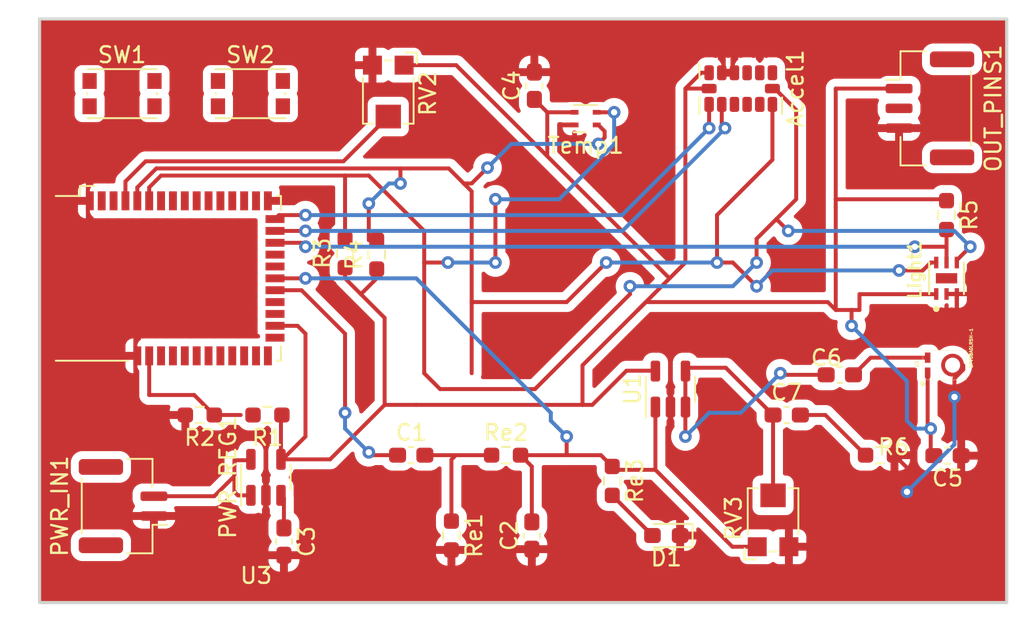
<source format=kicad_pcb>
(kicad_pcb (version 20221018) (generator pcbnew)
  (layers (0 "F.Cu" signal) (31 "B.Cu" signal) (34 "B.Paste" user) (35 "F.Paste" user) (36 "B.SilkS" user "B.Silkscreen") (37 "F.SilkS" user "F.Silkscreen") (38 "B.Mask" user) (39 "F.Mask" user) (44 "Edge.Cuts" user))
  (net 0 "")
  (net 1 "/Audio Input/FIL")
  (net 2 "Net-(C1-Pad2)")
  (net 3 "GND")
  (net 4 "/Audio Input/RAW")
  (net 6 "/MCU/Batt_Meas")
  (net 8 "/Audio Input/PWR")
  (net 9 "/MCU/ACC_INT1")
  (net 10 "/MCU/ACC_INT2")
  (net 14 "/MCU/SCL")
  (net 15 "/MCU/SDA")
  (net 16 "Net-(PWR_REG1-Bypass)")
  (net 17 "Net-(C7-Pad2)")
  (net 20 "/MCU/OPT_INT")
  (net 24 "/MCU/Intensity_Dial")
  (net 27 "/MCU/RES2")
  (net 28 "/MCU/RES")
  (net 31 "/MCU/SW1")
  (net 32 "/MCU/SW2")
  (net 35 "/MCU/LED_CNTRL")
  (net 46 "/Audio Input/MEMS Mic/2_OUT")
  (net 47 "Net-(D1-A)")
  (net 48 "/BATT+")
  (net 49 "Net-(U1-+)")
  (net 50 "Net-(U1--)")
  (footprint "Potentiometer_SMD:Potentiometer_Bourns_TC33X_Vertical" (layer "F.Cu") (at 66.04 47.17 90)
    (fp_text reference "RV3" (at 0 -2.5 90) (layer "F.SilkS"))
    (fp_text value "Sens Dial")
    (pad "1" smd rect (at -1.8 -1 90) (size 1.2 1.2) (layers "F.Cu" "F.Paste" "F.Mask") (net 4 "/Audio Input/RAW"))
    (pad "2" smd rect (at 1.45 0 90) (size 1.5 1.6) (layers "F.Cu" "F.Paste" "F.Mask") (net 50 "Net-(U1--)"))
    (pad "3" smd rect (at -1.8 1 90) (size 1.2 1.2) (layers "F.Cu" "F.Paste" "F.Mask") (net 3 "GND"))
  )
  (footprint "Resistor_SMD:R_0603_1608Metric_Pad0.98x0.95mm_HandSolder" (layer "F.Cu") (at 72.7975 43.18)
    (fp_text reference "R6" (at 0.8625 -0.5225 180) (layer "F.SilkS"))
    (fp_text value "R")
    (pad "1" smd roundrect (at -0.9125 0) (size 0.975 0.95) (layers "F.Cu" "F.Paste" "F.Mask") (net 17 "Net-(C7-Pad2)"))
    (pad "2" smd roundrect (at 0.9125 0) (size 0.975 0.95) (layers "F.Cu" "F.Paste" "F.Mask") (net 3 "GND"))
  )
  (footprint "Resistor_SMD:R_0603_1608Metric_Pad0.98x0.95mm_HandSolder" (layer "F.Cu") (at 45.72 48.26 -90)
    (fp_text reference "Re1" (at 0 -1.43 90) (layer "F.SilkS"))
    (fp_text value "xR")
    (pad "1" smd roundrect (at -0.9125 0 270) (size 0.975 0.95) (layers "F.Cu" "F.Paste" "F.Mask") (net 2 "Net-(C1-Pad2)"))
    (pad "2" smd roundrect (at 0.9125 0 270) (size 0.975 0.95) (layers "F.Cu" "F.Paste" "F.Mask") (net 3 "GND"))
  )
  (footprint "Capacitor_SMD:C_0603_1608Metric_Pad1.08x0.95mm_HandSolder" (layer "F.Cu") (at 70.2575 38.1)
    (fp_text reference "C6" (at -0.845 -1.07) (layer "F.SilkS"))
    (fp_text value "C")
    (pad "1" smd roundrect (at -0.8625 0) (size 1.075 0.95) (layers "F.Cu" "F.Paste" "F.Mask") (net 49 "Net-(U1-+)"))
    (pad "2" smd roundrect (at 0.8625 0) (size 1.075 0.95) (layers "F.Cu" "F.Paste" "F.Mask") (net 46 "/Audio Input/MEMS Mic/2_OUT"))
  )
  (footprint "Resistor_SMD:R_0603_1608Metric_Pad0.98x0.95mm_HandSolder" (layer "F.Cu") (at 55.88 44.8075 -90)
    (fp_text reference "Re3" (at 0 -1.43 90) (layer "F.SilkS"))
    (fp_text value "xR")
    (pad "1" smd roundrect (at -0.9125 0 270) (size 0.975 0.95) (layers "F.Cu" "F.Paste" "F.Mask") (net 4 "/Audio Input/RAW"))
    (pad "2" smd roundrect (at 0.9125 0 270) (size 0.975 0.95) (layers "F.Cu" "F.Paste" "F.Mask") (net 47 "Net-(D1-A)"))
  )
  (footprint "Package_TO_SOT_SMD:TSOT-23-5" (layer "F.Cu") (at 59.5575 39 90)
    (fp_text reference "U1" (at 0 -2.4 90) (layer "F.SilkS"))
    (fp_text value "AD8603")
    (pad "1" smd roundrect (at -1.1375 -0.95 90) (size 1.325 0.6) (layers "F.Cu" "F.Paste" "F.Mask") (net 4 "/Audio Input/RAW"))
    (pad "2" smd roundrect (at -1.1375 0 90) (size 1.325 0.6) (layers "F.Cu" "F.Paste" "F.Mask") (net 3 "GND"))
    (pad "3" smd roundrect (at -1.1375 0.95 90) (size 1.325 0.6) (layers "F.Cu" "F.Paste" "F.Mask") (net 49 "Net-(U1-+)"))
    (pad "4" smd roundrect (at 1.1375 0.95 90) (size 1.325 0.6) (layers "F.Cu" "F.Paste" "F.Mask") (net 50 "Net-(U1--)"))
    (pad "5" smd roundrect (at 1.1375 -0.95 90) (size 1.325 0.6) (layers "F.Cu" "F.Paste" "F.Mask") (net 8 "/Audio Input/PWR"))
  )
  (footprint "Package_LGA:LGA-14_3x5mm_P0.8mm_LayoutBorder1x6y" (layer "F.Cu") (at 64 20 -90)
    (fp_text reference "Accel1" (at 0 -3.45 90) (layer "F.SilkS"))
    (fp_text value "ADXL343")
    (pad "1" smd roundrect (at -1 -2 270) (size 0.95 0.6) (layers "F.Cu" "F.Paste" "F.Mask"))
    (pad "2" smd roundrect (at -1 -1.2 270) (size 0.95 0.6) (layers "F.Cu" "F.Paste" "F.Mask") (net 3 "GND"))
    (pad "3" smd roundrect (at -1 -0.4 270) (size 0.95 0.6) (layers "F.Cu" "F.Paste" "F.Mask"))
    (pad "4" smd roundrect (at -1 0.4 270) (size 0.95 0.6) (layers "F.Cu" "F.Paste" "F.Mask") (net 3 "GND"))
    (pad "5" smd roundrect (at -1 1.2 270) (size 0.95 0.6) (layers "F.Cu" "F.Paste" "F.Mask") (net 3 "GND"))
    (pad "6" smd roundrect (at -1 2 270) (size 0.95 0.6) (layers "F.Cu" "F.Paste" "F.Mask") (net 8 "/Audio Input/PWR"))
    (pad "7" smd roundrect (at 0 2 270) (size 0.6 0.95) (layers "F.Cu" "F.Paste" "F.Mask") (net 8 "/Audio Input/PWR"))
    (pad "8" smd roundrect (at 1 2 270) (size 0.95 0.6) (layers "F.Cu" "F.Paste" "F.Mask") (net 9 "/MCU/ACC_INT1"))
    (pad "9" smd roundrect (at 1 1.2 270) (size 0.95 0.6) (layers "F.Cu" "F.Paste" "F.Mask") (net 10 "/MCU/ACC_INT2"))
    (pad "10" smd roundrect (at 1 0.4 270) (size 0.95 0.6) (layers "F.Cu" "F.Paste" "F.Mask"))
    (pad "11" smd roundrect (at 1 -0.4 270) (size 0.95 0.6) (layers "F.Cu" "F.Paste" "F.Mask"))
    (pad "12" smd roundrect (at 1 -1.2 270) (size 0.95 0.6) (layers "F.Cu" "F.Paste" "F.Mask"))
    (pad "13" smd roundrect (at 1 -2 270) (size 0.95 0.6) (layers "F.Cu" "F.Paste" "F.Mask") (net 15 "/MCU/SDA"))
    (pad "14" smd roundrect (at 0 -2 270) (size 0.6 0.95) (layers "F.Cu" "F.Paste" "F.Mask") (net 14 "/MCU/SCL"))
  )
  (footprint "Connector_JST:JST_GH_BM02B-GHS-TBT_1x02-1MP_P1.25mm_Vertical" (layer "F.Cu") (at 24.975 46.4 90)
    (fp_text reference "PWR_IN1" (at 0 -4 90) (layer "F.SilkS"))
    (fp_text value "Conn_01x02")
    (pad "1" smd roundrect (at -0.625 1.95 90) (size 0.6 1.7) (layers "F.Cu" "F.Paste" "F.Mask") (net 3 "GND"))
    (pad "2" smd roundrect (at 0.625 1.95 90) (size 0.6 1.7) (layers "F.Cu" "F.Paste" "F.Mask") (net 48 "/BATT+"))
    (pad "MP" smd roundrect (at -2.475 -1.4 90) (size 1 2.8) (layers "F.Cu" "F.Paste" "F.Mask"))
    (pad "MP" smd roundrect (at 2.475 -1.4 90) (size 1 2.8) (layers "F.Cu" "F.Paste" "F.Mask"))
  )
  (footprint "Connector_JST:JST_GH_BM03B-GHS-TBT_1x03-1MP_P1.25mm_Vertical" (layer "F.Cu") (at 75.95 21.25 -90)
    (fp_text reference "OUT_PINS1" (at 0 -4 90) (layer "F.SilkS"))
    (fp_text value "Conn_01x03_Pin")
    (pad "1" smd roundrect (at -1.25 1.95 270) (size 0.6 1.7) (layers "F.Cu" "F.Paste" "F.Mask") (net 8 "/Audio Input/PWR"))
    (pad "2" smd roundrect (at 0 1.95 270) (size 0.6 1.7) (layers "F.Cu" "F.Paste" "F.Mask") (net 35 "/MCU/LED_CNTRL"))
    (pad "3" smd roundrect (at 1.25 1.95 270) (size 0.6 1.7) (layers "F.Cu" "F.Paste" "F.Mask") (net 3 "GND"))
    (pad "MP" smd roundrect (at -3.1 -1.4 270) (size 1 2.8) (layers "F.Cu" "F.Paste" "F.Mask"))
    (pad "MP" smd roundrect (at 3.1 -1.4 270) (size 1 2.8) (layers "F.Cu" "F.Paste" "F.Mask"))
  )
  (footprint "Package_TO_SOT_SMD:SOT-23-5" (layer "F.Cu") (at 34 44.5825 90)
    (fp_text reference "PWR_REG1" (at 0 -2.4 90) (layer "F.SilkS"))
    (fp_text value "LK112M33TR")
    (pad "1" smd roundrect (at -1.1375 -0.95 90) (size 1.325 0.6) (layers "F.Cu" "F.Paste" "F.Mask") (net 48 "/BATT+"))
    (pad "2" smd roundrect (at -1.1375 0 90) (size 1.325 0.6) (layers "F.Cu" "F.Paste" "F.Mask") (net 3 "GND"))
    (pad "3" smd roundrect (at -1.1375 0.95 90) (size 1.325 0.6) (layers "F.Cu" "F.Paste" "F.Mask") (net 16 "Net-(PWR_REG1-Bypass)"))
    (pad "4" smd roundrect (at 1.1375 0.95 90) (size 1.325 0.6) (layers "F.Cu" "F.Paste" "F.Mask") (net 8 "/Audio Input/PWR"))
    (pad "5" smd roundrect (at 1.1375 -0.95 90) (size 1.325 0.6) (layers "F.Cu" "F.Paste" "F.Mask") (net 48 "/BATT+"))
  )
  (footprint "RF_Module:Laird_BL652" (layer "F.Cu") (at 28.725 32)
    (fp_text reference "U3" (at 4.6575 18.7975) (layer "F.SilkS"))
    (fp_text value "BL652")
    (pad "1" smd rect (at -5.85 -4.9 90) (size 1.2 0.5) (layers "F.Cu" "F.Paste" "F.Mask") (net 3 "GND"))
    (pad "2" smd rect (at -5.1 -4.9 90) (size 1.2 0.5) (layers "F.Cu" "F.Paste" "F.Mask") (net 31 "/MCU/SW1"))
    (pad "3" smd rect (at -4.35 -4.9 90) (size 1.2 0.5) (layers "F.Cu" "F.Paste" "F.Mask") (net 32 "/MCU/SW2"))
    (pad "4" smd rect (at -3.6 -4.9 90) (size 1.2 0.5) (layers "F.Cu" "F.Paste" "F.Mask") (net 24 "/MCU/Intensity_Dial"))
    (pad "5" smd rect (at -2.85 -4.9 90) (size 1.2 0.5) (layers "F.Cu" "F.Paste" "F.Mask") (net 15 "/MCU/SDA"))
    (pad "6" smd rect (at -2.1 -4.9 90) (size 1.2 0.5) (layers "F.Cu" "F.Paste" "F.Mask") (net 14 "/MCU/SCL"))
    (pad "7" smd rect (at -1.35 -4.9 90) (size 1.2 0.5) (layers "F.Cu" "F.Paste" "F.Mask"))
    (pad "8" smd rect (at -0.6 -4.9 90) (size 1.2 0.5) (layers "F.Cu" "F.Paste" "F.Mask"))
    (pad "9" smd rect (at 0.15 -4.9 90) (size 1.2 0.5) (layers "F.Cu" "F.Paste" "F.Mask"))
    (pad "10" smd rect (at 0.9 -4.9 90) (size 1.2 0.5) (layers "F.Cu" "F.Paste" "F.Mask"))
    (pad "11" smd rect (at 1.65 -4.9 90) (size 1.2 0.5) (layers "F.Cu" "F.Paste" "F.Mask"))
    (pad "12" smd rect (at 2.4 -4.9 90) (size 1.2 0.5) (layers "F.Cu" "F.Paste" "F.Mask"))
    (pad "13" smd rect (at 3.15 -4.9 90) (size 1.2 0.5) (layers "F.Cu" "F.Paste" "F.Mask"))
    (pad "14" smd rect (at 3.9 -4.9 90) (size 1.2 0.5) (layers "F.Cu" "F.Paste" "F.Mask") (net 27 "/MCU/RES2"))
    (pad "15" smd rect (at 4.65 -4.9 90) (size 1.2 0.5) (layers "F.Cu" "F.Paste" "F.Mask") (net 28 "/MCU/RES"))
    (pad "16" smd rect (at 5.4 -4.9 90) (size 1.2 0.5) (layers "F.Cu" "F.Paste" "F.Mask") (net 3 "GND"))
    (pad "17" smd rect (at 5.85 -3.75) (size 1.2 0.5) (layers "F.Cu" "F.Paste" "F.Mask") (net 9 "/MCU/ACC_INT1"))
    (pad "18" smd rect (at 5.85 -3) (size 1.2 0.5) (layers "F.Cu" "F.Paste" "F.Mask") (net 10 "/MCU/ACC_INT2"))
    (pad "19" smd rect (at 5.85 -2.25) (size 1.2 0.5) (layers "F.Cu" "F.Paste" "F.Mask") (net 20 "/MCU/OPT_INT"))
    (pad "20" smd rect (at 5.85 -1.5) (size 1.2 0.5) (layers "F.Cu" "F.Paste" "F.Mask"))
    (pad "21" smd rect (at 5.85 -0.75) (size 1.2 0.5) (layers "F.Cu" "F.Paste" "F.Mask"))
    (pad "22" smd rect (at 5.85 0) (size 1.2 0.5) (layers "F.Cu" "F.Paste" "F.Mask") (net 4 "/Audio Input/RAW"))
    (pad "23" smd rect (at 5.85 0.75) (size 1.2 0.5) (layers "F.Cu" "F.Paste" "F.Mask") (net 1 "/Audio Input/FIL"))
    (pad "24" smd rect (at 5.85 1.5) (size 1.2 0.5) (layers "F.Cu" "F.Paste" "F.Mask"))
    (pad "25" smd rect (at 5.85 2.25) (size 1.2 0.5) (layers "F.Cu" "F.Paste" "F.Mask"))
    (pad "26" smd rect (at 5.85 3) (size 1.2 0.5) (layers "F.Cu" "F.Paste" "F.Mask") (net 8 "/Audio Input/PWR"))
    (pad "27" smd rect (at 5.85 3.75) (size 1.2 0.5) (layers "F.Cu" "F.Paste" "F.Mask") (net 3 "GND"))
    (pad "28" smd rect (at 5.4 4.9 90) (size 1.2 0.5) (layers "F.Cu" "F.Paste" "F.Mask"))
    (pad "29" smd rect (at 4.65 4.9 90) (size 1.2 0.5) (layers "F.Cu" "F.Paste" "F.Mask"))
    (pad "30" smd rect (at 3.9 4.9 90) (size 1.2 0.5) (layers "F.Cu" "F.Paste" "F.Mask"))
    (pad "31" smd rect (at 3.15 4.9 90) (size 1.2 0.5) (layers "F.Cu" "F.Paste" "F.Mask"))
    (pad "32" smd rect (at 2.4 4.9 90) (size 1.2 0.5) (layers "F.Cu" "F.Paste" "F.Mask"))
    (pad "33" smd rect (at 1.65 4.9 90) (size 1.2 0.5) (layers "F.Cu" "F.Paste" "F.Mask"))
    (pad "34" smd rect (at 0.9 4.9 90) (size 1.2 0.5) (layers "F.Cu" "F.Paste" "F.Mask"))
    (pad "35" smd rect (at 0.15 4.9 90) (size 1.2 0.5) (layers "F.Cu" "F.Paste" "F.Mask"))
    (pad "36" smd rect (at -0.6 4.9 90) (size 1.2 0.5) (layers "F.Cu" "F.Paste" "F.Mask"))
    (pad "37" smd rect (at -1.35 4.9 90) (size 1.2 0.5) (layers "F.Cu" "F.Paste" "F.Mask"))
    (pad "38" smd rect (at -2.1 4.9 90) (size 1.2 0.5) (layers "F.Cu" "F.Paste" "F.Mask") (net 6 "/MCU/Batt_Meas"))
    (pad "39" smd rect (at -2.85 4.9 90) (size 1.2 0.5) (layers "F.Cu" "F.Paste" "F.Mask") (net 3 "GND"))
  )
  (footprint "Capacitor_SMD:C_0603_1608Metric_Pad1.08x0.95mm_HandSolder" (layer "F.Cu") (at 77.0625 43.21 180)
    (fp_text reference "C5" (at 0 -1.43) (layer "F.SilkS"))
    (fp_text value "C")
    (pad "1" smd roundrect (at -0.8625 0 180) (size 1.075 0.95) (layers "F.Cu" "F.Paste" "F.Mask") (net 3 "GND"))
    (pad "2" smd roundrect (at 0.8625 0 180) (size 1.075 0.95) (layers "F.Cu" "F.Paste" "F.Mask") (net 8 "/Audio Input/PWR"))
  )
  (footprint "Resistor_SMD:R_0603_1608Metric_Pad0.98x0.95mm_HandSolder" (layer "F.Cu") (at 29.8225 40.64 180)
    (fp_text reference "R2" (at 0 -1.43) (layer "F.SilkS"))
    (fp_text value "R")
    (pad "1" smd roundrect (at -0.9125 0 180) (size 0.975 0.95) (layers "F.Cu" "F.Paste" "F.Mask") (net 6 "/MCU/Batt_Meas"))
    (pad "2" smd roundrect (at 0.9125 0 180) (size 0.975 0.95) (layers "F.Cu" "F.Paste" "F.Mask") (net 3 "GND"))
  )
  (footprint "Resistor_SMD:R_0603_1608Metric_Pad0.98x0.95mm_HandSolder" (layer "F.Cu") (at 34.0975 40.64 180)
    (fp_text reference "R1" (at 0 -1.43) (layer "F.SilkS"))
    (fp_text value "R")
    (pad "1" smd roundrect (at -0.9125 0 180) (size 0.975 0.95) (layers "F.Cu" "F.Paste" "F.Mask") (net 8 "/Audio Input/PWR"))
    (pad "2" smd roundrect (at 0.9125 0 180) (size 0.975 0.95) (layers "F.Cu" "F.Paste" "F.Mask") (net 6 "/MCU/Batt_Meas"))
  )
  (footprint "Sensor_Humidity:Sensirion_DFN-4_1.5x1.5mm_P0.8mm_SHT4x_NoCentralPad" (layer "F.Cu") (at 54.2 21.9 180)
    (fp_text reference "Temp1" (at 0 -1.7) (layer "F.SilkS"))
    (fp_text value "SHT4x")
    (pad "1" smd rect (at -0.7 -0.4 180) (size 0.5 0.3) (layers "F.Cu" "F.Paste" "F.Mask") (net 15 "/MCU/SDA"))
    (pad "2" smd rect (at -0.7 0.4 180) (size 0.5 0.3) (layers "F.Cu" "F.Paste" "F.Mask") (net 14 "/MCU/SCL"))
    (pad "3" smd rect (at 0.7 0.4 180) (size 0.5 0.3) (layers "F.Cu" "F.Paste" "F.Mask") (net 8 "/Audio Input/PWR"))
    (pad "4" smd rect (at 0.7 -0.4 180) (size 0.5 0.3) (layers "F.Cu" "F.Paste" "F.Mask") (net 3 "GND"))
    (zone (net 0) (net_name "") (layer "F.Cu") (connect_pads (clearance 0)) (min_thickness 0.254)
      (keepout (tracks not_allowed) (vias not_allowed) (pads allowed) (copperpour not_allowed) (footprints allowed))
      (fill (thermal_gap 0.508) (thermal_bridge_width 0.508))
      (polygon (pts (xy 53.45 22.45) (xy 53.75 22.45) (xy 53.75 22.15) (xy 53.45 22.15) (xy 53.45 21.65) (xy 53.75 21.65) (xy 53.75 21.35) (xy 53.45 21.35) (xy 53.45 21.15) (xy 54.95 21.15) (xy 54.95 21.35) (xy 54.65 21.35) (xy 54.65 21.65) (xy 54.95 21.65) (xy 54.95 22.15) (xy 54.65 22.15) (xy 54.65 22.45) (xy 54.95 22.45) (xy 54.95 22.65) (xy 53.45 22.65)))
    )
  )
  (footprint "Resistor_SMD:R_0603_1608Metric_Pad0.98x0.95mm_HandSolder" (layer "F.Cu") (at 41 30.5 90)
    (fp_text reference "R4" (at 0 -1.43 90) (layer "F.SilkS"))
    (fp_text value "R")
    (pad "1" smd roundrect (at -0.9125 0 90) (size 0.975 0.95) (layers "F.Cu" "F.Paste" "F.Mask") (net 8 "/Audio Input/PWR"))
    (pad "2" smd roundrect (at 0.9125 0 90) (size 0.975 0.95) (layers "F.Cu" "F.Paste" "F.Mask") (net 15 "/MCU/SDA"))
  )
  (footprint "MEMS_Mic_SMD:SPV08A0LR5H-1" (layer "F.Cu") (at 77.381897 37.488163 90)
    (fp_text reference "U2" (at 0.085 -2.252 90) (layer "F.SilkS") (effects (font (size 0.2 0.2))))
    (fp_text value "SPV08A0LR5H-1" (at 1.076 1.173 90) (layer "F.SilkS") (effects (font (size 0.2 0.2))))
    (pad "" np_thru_hole circle (at 0 0 90) (size 0.6 0.6) (drill 0.6) (layers "*.Cu" "*.Mask"))
    (pad "AGND" smd rect (at -0.6 0.02 90) (size 0.0635 0.0635) (layers "F.Cu") (net 3 "GND"))
    (pad "AGND" smd custom (at -0.011837 0.618103 90) (size 0.123674 0.163794) (layers "F.Cu" "F.Paste" "F.Mask") (net 3 "GND") (options (clearance outline) (anchor circle)) (primitives (gr_poly (pts (xy -0.061837 -0.057162) (xy -0.037102 -0.081897) (xy 0.061837 -0.081897) (xy 0.061837 0.081897) (xy -0.061837 0.081897)) (width 0) (fill yes)) (gr_circle (center 0.011837 -0.618103) (end 0.611837 -0.618103) (width 0.25) (fill none))))
    (pad "OUT" smd rect (at 0.475 -1.575 90) (size 0.65 0.35) (layers "F.Cu" "F.Paste" "F.Mask") (net 46 "/Audio Input/MEMS Mic/2_OUT"))
    (pad "VDDA" smd rect (at -0.475 -1.575 90) (size 0.65 0.35) (layers "F.Cu" "F.Paste" "F.Mask") (net 8 "/Audio Input/PWR"))
    (zone (net 0) (net_name "") (layer "F.Cu") (connect_pads (clearance 0)) (min_thickness 0.508)
      (keepout (tracks not_allowed) (vias not_allowed) (pads not_allowed) (copperpour not_allowed) (footprints allowed))
      (fill (thermal_gap 0.508) (thermal_bridge_width 0.508))
      (polygon (pts (xy 77.381897 37.004157) (xy 77.429338 37.006488) (xy 77.476322 37.013457) (xy 77.522397 37.024998) (xy 77.567118 37.041) (xy 77.610056 37.061308) (xy 77.650796 37.085727) (xy 77.688947 37.114021) (xy 77.724141 37.145919) (xy 77.756039 37.181113) (xy 77.784333 37.219264) (xy 77.808752 37.260004) (xy 77.82906 37.302942) (xy 77.845062 37.347663) (xy 77.856603 37.393738) (xy 77.863572 37.440722) (xy 77.865903 37.488163) (xy 77.863572 37.535604) (xy 77.856603 37.582588) (xy 77.845062 37.628663) (xy 77.82906 37.673384) (xy 77.808752 37.716322) (xy 77.784333 37.757062) (xy 77.756039 37.795213) (xy 77.724141 37.830407) (xy 77.688947 37.862305) (xy 77.650796 37.890599) (xy 77.610056 37.915018) (xy 77.567118 37.935326) (xy 77.522397 37.951328) (xy 77.476322 37.962869) (xy 77.429338 37.969838) (xy 77.381897 37.972169) (xy 77.334456 37.969838) (xy 77.287472 37.962869) (xy 77.241397 37.951328) (xy 77.196676 37.935326) (xy 77.153738 37.915018) (xy 77.112998 37.890599) (xy 77.074847 37.862305) (xy 77.039653 37.830407) (xy 77.007755 37.795213) (xy 76.979461 37.757062) (xy 76.955042 37.716322) (xy 76.934734 37.673384) (xy 76.918732 37.628663) (xy 76.907191 37.582588) (xy 76.900222 37.535604) (xy 76.897891 37.488163) (xy 76.900222 37.440722) (xy 76.907191 37.393738) (xy 76.918732 37.347663) (xy 76.934734 37.302942) (xy 76.955042 37.260004) (xy 76.979461 37.219264) (xy 77.007755 37.181113) (xy 77.039653 37.145919) (xy 77.074847 37.114021) (xy 77.112998 37.085727) (xy 77.153738 37.061308) (xy 77.196676 37.041) (xy 77.241397 37.024998) (xy 77.287472 37.013457) (xy 77.334456 37.006488)))
    )
  )
  (footprint "Capacitor_SMD:C_0603_1608Metric_Pad1.08x0.95mm_HandSolder" (layer "F.Cu") (at 66.9025 40.64)
    (fp_text reference "C7" (at 0 -1.43) (layer "F.SilkS"))
    (fp_text value "C")
    (pad "1" smd roundrect (at -0.8625 0) (size 1.075 0.95) (layers "F.Cu" "F.Paste" "F.Mask") (net 50 "Net-(U1--)"))
    (pad "2" smd roundrect (at 0.8625 0) (size 1.075 0.95) (layers "F.Cu" "F.Paste" "F.Mask") (net 17 "Net-(C7-Pad2)"))
  )
  (footprint "Resistor_SMD:R_0603_1608Metric_Pad0.98x0.95mm_HandSolder" (layer "F.Cu") (at 77 28 -90)
    (fp_text reference "R5" (at 0 -1.43 90) (layer "F.SilkS"))
    (fp_text value "R")
    (pad "1" smd roundrect (at -0.9125 0 270) (size 0.975 0.95) (layers "F.Cu" "F.Paste" "F.Mask") (net 8 "/Audio Input/PWR"))
    (pad "2" smd roundrect (at 0.9125 0 270) (size 0.975 0.95) (layers "F.Cu" "F.Paste" "F.Mask") (net 20 "/MCU/OPT_INT"))
  )
  (footprint "Button_Switch_SMD:SW_Push_1P1T_NO_CK_KMR2" (layer "F.Cu") (at 33.02 20.32)
    (fp_text reference "SW2" (at 0 -2.45) (layer "F.SilkS"))
    (fp_text value "SW_Push")
    (pad "1" smd rect (at -2.05 -0.8) (size 0.9 1) (layers "F.Cu" "F.Paste" "F.Mask") (net 32 "/MCU/SW2"))
    (pad "1" smd rect (at 2.05 -0.8) (size 0.9 1) (layers "F.Cu" "F.Paste" "F.Mask") (net 32 "/MCU/SW2"))
    (pad "2" smd rect (at -2.05 0.8) (size 0.9 1) (layers "F.Cu" "F.Paste" "F.Mask") (net 8 "/Audio Input/PWR"))
    (pad "2" smd rect (at 2.05 0.8) (size 0.9 1) (layers "F.Cu" "F.Paste" "F.Mask") (net 8 "/Audio Input/PWR"))
  )
  (footprint "Resistor_SMD:R_0603_1608Metric_Pad0.98x0.95mm_HandSolder" (layer "F.Cu") (at 49.1725 43.18)
    (fp_text reference "Re2" (at 0 -1.43) (layer "F.SilkS"))
    (fp_text value "zR")
    (pad "1" smd roundrect (at -0.9125 0) (size 0.975 0.95) (layers "F.Cu" "F.Paste" "F.Mask") (net 2 "Net-(C1-Pad2)"))
    (pad "2" smd roundrect (at 0.9125 0) (size 0.975 0.95) (layers "F.Cu" "F.Paste" "F.Mask") (net 4 "/Audio Input/RAW"))
  )
  (footprint "LED_SMD:LED_0603_1608Metric_Pad1.05x0.95mm_HandSolder" (layer "F.Cu") (at 59.295 48.26 180)
    (fp_text reference "D1" (at 0 -1.43) (layer "F.SilkS"))
    (fp_text value "LED")
    (pad "1" smd roundrect (at -0.875 0 180) (size 1.05 0.95) (layers "F.Cu" "F.Paste" "F.Mask") (net 3 "GND"))
    (pad "2" smd roundrect (at 0.875 0 180) (size 1.05 0.95) (layers "F.Cu" "F.Paste" "F.Mask") (net 47 "Net-(D1-A)"))
  )
  (footprint "Capacitor_SMD:C_0603_1608Metric_Pad1.08x0.95mm_HandSolder" (layer "F.Cu") (at 50.8 48.26 90)
    (fp_text reference "C2" (at 0 -1.43 90) (layer "F.SilkS"))
    (fp_text value "yC")
    (pad "1" smd roundrect (at -0.8625 0 90) (size 1.075 0.95) (layers "F.Cu" "F.Paste" "F.Mask") (net 3 "GND"))
    (pad "2" smd roundrect (at 0.8625 0 90) (size 1.075 0.95) (layers "F.Cu" "F.Paste" "F.Mask") (net 4 "/Audio Input/RAW"))
  )
  (footprint "Capacitor_SMD:C_0603_1608Metric_Pad1.08x0.95mm_HandSolder" (layer "F.Cu") (at 35.1375 48.6425 -90)
    (fp_text reference "C3" (at 0 -1.43 90) (layer "F.SilkS"))
    (fp_text value "100nF")
    (pad "1" smd roundrect (at -0.8625 0 270) (size 1.075 0.95) (layers "F.Cu" "F.Paste" "F.Mask") (net 16 "Net-(PWR_REG1-Bypass)"))
    (pad "2" smd roundrect (at 0.8625 0 270) (size 1.075 0.95) (layers "F.Cu" "F.Paste" "F.Mask") (net 3 "GND"))
  )
  (footprint "Potentiometer_SMD:Potentiometer_Bourns_TC33X_Vertical" (layer "F.Cu") (at 41.73 20.32 -90)
    (fp_text reference "RV2" (at 0 -2.5 90) (layer "F.SilkS"))
    (fp_text value "Intensity Dial")
    (pad "1" smd rect (at -1.8 -1 270) (size 1.2 1.2) (layers "F.Cu" "F.Paste" "F.Mask") (net 8 "/Audio Input/PWR"))
    (pad "2" smd rect (at 1.45 0 270) (size 1.5 1.6) (layers "F.Cu" "F.Paste" "F.Mask") (net 24 "/MCU/Intensity_Dial"))
    (pad "3" smd rect (at -1.8 1 270) (size 1.2 1.2) (layers "F.Cu" "F.Paste" "F.Mask") (net 3 "GND"))
  )
  (footprint "Resistor_SMD:R_0603_1608Metric_Pad0.98x0.95mm_HandSolder" (layer "F.Cu") (at 39 30.4125 90)
    (fp_text reference "R3" (at 0 -1.43 90) (layer "F.SilkS"))
    (fp_text value "R")
    (pad "1" smd roundrect (at -0.9125 0 90) (size 0.975 0.95) (layers "F.Cu" "F.Paste" "F.Mask") (net 8 "/Audio Input/PWR"))
    (pad "2" smd roundrect (at 0.9125 0 90) (size 0.975 0.95) (layers "F.Cu" "F.Paste" "F.Mask") (net 14 "/MCU/SCL"))
  )
  (footprint "OP3002:SON65P200X200X65-7N" (layer "F.Cu") (at 77 31.995 90)
    (fp_text reference "Light1" (at 0.54 -2.008 90) (layer "F.SilkS") (effects (font (size 0.8 0.8))))
    (fp_text value "OPT3002-ALS" hide)
    (pad "1" smd roundrect (at -0.995 -0.65 90) (size 0.74 0.27) (layers "F.Cu" "F.Paste" "F.Mask") (roundrect_rratio 0.03) (net 8 "/Audio Input/PWR"))
    (pad "2" smd roundrect (at -0.995 0 90) (size 0.74 0.27) (layers "F.Cu" "F.Paste" "F.Mask") (roundrect_rratio 0.03) (net 3 "GND"))
    (pad "3" smd roundrect (at -0.995 0.65 90) (size 0.74 0.27) (layers "F.Cu" "F.Paste" "F.Mask") (roundrect_rratio 0.03) (net 3 "GND"))
    (pad "4" smd roundrect (at 0.995 0.65 90) (size 0.74 0.27) (layers "F.Cu" "F.Paste" "F.Mask") (roundrect_rratio 0.03) (net 14 "/MCU/SCL"))
    (pad "5" smd roundrect (at 0.995 0 90) (size 0.74 0.27) (layers "F.Cu" "F.Paste" "F.Mask") (roundrect_rratio 0.03) (net 20 "/MCU/OPT_INT"))
    (pad "6" smd roundrect (at 0.995 -0.65 90) (size 0.74 0.27) (layers "F.Cu" "F.Paste" "F.Mask") (roundrect_rratio 0.03) (net 15 "/MCU/SDA"))
    (pad "7" smd rect (at 0 0 90) (size 0.65 1.35) (layers "F.Cu" "F.Mask"))
  )
  (footprint "Capacitor_SMD:C_0603_1608Metric_Pad1.08x0.95mm_HandSolder" (layer "F.Cu") (at 50.96 19.8225 90)
    (fp_text reference "C4" (at 0 -1.43 90) (layer "F.SilkS"))
    (fp_text value "100nF")
    (pad "1" smd roundrect (at -0.8625 0 90) (size 1.075 0.95) (layers "F.Cu" "F.Paste" "F.Mask") (net 8 "/Audio Input/PWR"))
    (pad "2" smd roundrect (at 0.8625 0 90) (size 1.075 0.95) (layers "F.Cu" "F.Paste" "F.Mask") (net 3 "GND"))
  )
  (footprint "Button_Switch_SMD:SW_Push_1P1T_NO_CK_KMR2" (layer "F.Cu") (at 24.91 20.32)
    (fp_text reference "SW1" (at 0 -2.45) (layer "F.SilkS"))
    (fp_text value "SW_Push")
    (pad "1" smd rect (at -2.05 -0.8) (size 0.9 1) (layers "F.Cu" "F.Paste" "F.Mask") (net 31 "/MCU/SW1"))
    (pad "1" smd rect (at 2.05 -0.8) (size 0.9 1) (layers "F.Cu" "F.Paste" "F.Mask") (net 31 "/MCU/SW1"))
    (pad "2" smd rect (at -2.05 0.8) (size 0.9 1) (layers "F.Cu" "F.Paste" "F.Mask") (net 8 "/Audio Input/PWR"))
    (pad "2" smd rect (at 2.05 0.8) (size 0.9 1) (layers "F.Cu" "F.Paste" "F.Mask") (net 8 "/Audio Input/PWR"))
  )
  (footprint "Capacitor_SMD:C_0603_1608Metric_Pad1.08x0.95mm_HandSolder" (layer "F.Cu") (at 43.18 43.18)
    (fp_text reference "C1" (at 0 -1.43) (layer "F.SilkS"))
    (fp_text value "yC")
    (pad "1" smd roundrect (at -0.8625 0) (size 1.075 0.95) (layers "F.Cu" "F.Paste" "F.Mask") (net 1 "/Audio Input/FIL"))
    (pad "2" smd roundrect (at 0.8625 0) (size 1.075 0.95) (layers "F.Cu" "F.Paste" "F.Mask") (net 2 "Net-(C1-Pad2)"))
  )
  (gr_rect (start 19.7 15.6) (end 80.8 52.5) (stroke (width 0.2)) (fill none) (layer "Edge.Cuts"))
  (segment (start 42.3175 43.18) (end 40.68 43.18) (width 0.25) (layer "F.Cu") (net 1))
  (segment (start 39 35.5) (end 36.25 32.75) (width 0.25) (layer "F.Cu") (net 1))
  (segment (start 40.68 43.18) (end 40.5 43) (width 0.25) (layer "F.Cu") (net 1))
  (segment (start 39 40.5) (end 39 35.5) (width 0.25) (layer "F.Cu") (net 1))
  (segment (start 36.25 32.75) (end 34.575 32.75) (width 0.25) (layer "F.Cu") (net 1))
  (via (at 39 40.5) (size 0.8) (drill 0.4) (layers "F.Cu" "B.Cu") (net 1))
  (via (at 40.5 43) (size 0.8) (drill 0.4) (layers "F.Cu" "B.Cu") (net 1))
  (segment (start 40.5 43) (end 39 41.5) (width 0.25) (layer "B.Cu") (net 1))
  (segment (start 39 41.5) (end 39 40.5) (width 0.25) (layer "B.Cu") (net 1))
  (segment (start 45.72 47.3475) (end 45.72 43.46) (width 0.25) (layer "F.Cu") (net 2))
  (segment (start 45.72 43.46) (end 46 43.18) (width 0.25) (layer "F.Cu") (net 2))
  (segment (start 48.26 43.18) (end 46 43.18) (width 0.25) (layer "F.Cu") (net 2))
  (segment (start 46 43.18) (end 44.0425 43.18) (width 0.25) (layer "F.Cu") (net 2))
  (segment (start 74.5 43.97) (end 74.5 45.5) (width 0.25) (layer "F.Cu") (net 3))
  (segment (start 77.5 39.5) (end 77.5 38.324654) (width 0.25) (layer "F.Cu") (net 3))
  (segment (start 77.5 38.324654) (end 78.056897 37.767757) (width 0.25) (layer "F.Cu") (net 3))
  (segment (start 73.71 43.18) (end 74.5 43.97) (width 0.25) (layer "F.Cu") (net 3))
  (segment (start 78.056897 37.767757) (end 78.056897 37.5) (width 0.25) (layer "F.Cu") (net 3))
  (via (at 74.5 45.5) (size 0.8) (drill 0.4) (layers "F.Cu" "B.Cu") (net 3))
  (via (at 77.5 39.5) (size 0.8) (drill 0.4) (layers "F.Cu" "B.Cu") (net 3))
  (segment (start 74.5 45.5) (end 77.5 42.5) (width 0.25) (layer "B.Cu") (net 3))
  (segment (start 77.5 42.5) (end 77.5 39.5) (width 0.25) (layer "B.Cu") (net 3))
  (segment (start 53 43.18) (end 50.085 43.18) (width 0.25) (layer "F.Cu") (net 4))
  (segment (start 55.165 43.18) (end 53 43.18) (width 0.25) (layer "F.Cu") (net 4))
  (segment (start 55.88 43.895) (end 55.165 43.18) (width 0.25) (layer "F.Cu") (net 4))
  (segment (start 50.8 43.895) (end 50.8 47.3975) (width 0.25) (layer "F.Cu") (net 4))
  (segment (start 56.0925 44.1075) (end 55.88 43.895) (width 0.25) (layer "F.Cu") (net 4))
  (segment (start 58.6075 44.1075) (end 56.0925 44.1075) (width 0.25) (layer "F.Cu") (net 4))
  (segment (start 60.5 46) (end 63.47 48.97) (width 0.25) (layer "F.Cu") (net 4))
  (segment (start 63.47 48.97) (end 63.53 48.97) (width 0.25) (layer "F.Cu") (net 4))
  (segment (start 50.085 43.18) (end 50.8 43.895) (width 0.25) (layer "F.Cu") (net 4))
  (segment (start 58.6075 40.1375) (end 58.6075 44.1075) (width 0.25) (layer "F.Cu") (net 4))
  (segment (start 63.53 48.97) (end 65.04 48.97) (width 0.25) (layer "F.Cu") (net 4))
  (segment (start 53 42) (end 53 43.18) (width 0.25) (layer "F.Cu") (net 4))
  (segment (start 58.6075 44.1075) (end 60.5 46) (width 0.25) (layer "F.Cu") (net 4))
  (segment (start 36.5 32) (end 34.575 32) (width 0.25) (layer "F.Cu") (net 4))
  (via (at 53 42) (size 0.8) (drill 0.4) (layers "F.Cu" "B.Cu") (net 4))
  (via (at 36.5 32) (size 0.8) (drill 0.4) (layers "F.Cu" "B.Cu") (net 4))
  (segment (start 52 40.5) (end 43.5 32) (width 0.25) (layer "B.Cu") (net 4))
  (segment (start 52 41) (end 52 40.5) (width 0.25) (layer "B.Cu") (net 4))
  (segment (start 53 42) (end 52 41) (width 0.25) (layer "B.Cu") (net 4))
  (segment (start 43.5 32) (end 36.5 32) (width 0.25) (layer "B.Cu") (net 4))
  (segment (start 30.735 40.64) (end 29.47 39.375) (width 0.25) (layer "F.Cu") (net 6))
  (segment (start 30.735 40.64) (end 32.41 40.64) (width 0.25) (layer "F.Cu") (net 6))
  (segment (start 33.185 40.64) (end 33.01 40.465) (width 0.25) (layer "F.Cu") (net 6))
  (segment (start 26.625 39.375) (end 26.625 36.9) (width 0.25) (layer "F.Cu") (net 6))
  (segment (start 29.47 39.375) (end 26.625 39.375) (width 0.25) (layer "F.Cu") (net 6))
  (segment (start 41 32) (end 41 31.4125) (width 0.25) (layer "F.Cu") (net 8))
  (segment (start 51.775 21.5) (end 51.775 24.275) (width 0.25) (layer "F.Cu") (net 8))
  (segment (start 42.73 18.52) (end 46.02 18.52) (width 0.25) (layer "F.Cu") (net 8))
  (segment (start 76 43.01) (end 76.2 43.21) (width 0.25) (layer "F.Cu") (net 8))
  (segment (start 59.5 32) (end 60.5 31) (width 0.25) (layer "F.Cu") (net 8))
  (segment (start 54.62 40) (end 56.7825 37.8375) (width 0.25) (layer "F.Cu") (net 8))
  (segment (start 76.35 33.15) (end 76.35 32.99) (width 0.25) (layer "F.Cu") (net 8))
  (segment (start 41.5 40) (end 43.5 40) (width 0.25) (layer "F.Cu") (net 8))
  (segment (start 54 37.5) (end 57.5 34) (width 0.25) (layer "F.Cu") (net 8))
  (segment (start 34.95 43.445) (end 34.95 40.7) (width 0.25) (layer "F.Cu") (net 8))
  (segment (start 46.02 18.52) (end 51.775 24.275) (width 0.25) (layer "F.Cu") (net 8))
  (segment (start 36.5 42) (end 36.5 35.5) (width 0.25) (layer "F.Cu") (net 8))
  (segment (start 60.5 20) (end 61.5 19) (width 0.25) (layer "F.Cu") (net 8))
  (segment (start 60.5 20) (end 62 20) (width 0.25) (layer "F.Cu") (net 8))
  (segment (start 75.806897 41.306897) (end 76 41.5) (width 0.25) (layer "F.Cu") (net 8))
  (segment (start 58 33.5) (end 69.5 33.5) (width 0.25) (layer "F.Cu") (net 8))
  (segment (start 57.5 34) (end 59.5 32) (width 0.25) (layer "F.Cu") (net 8))
  (segment (start 54 40) (end 54 37.5) (width 0.25) (layer "F.Cu") (net 8))
  (segment (start 76.34 33) (end 76.35 32.99) (width 0.25) (layer "F.Cu") (net 8))
  (segment (start 34.95 43.445) (end 35.055 43.445) (width 0.25) (layer "F.Cu") (net 8))
  (segment (start 71.5 33) (end 76.34 33) (width 0.25) (layer "F.Cu") (net 8))
  (segment (start 71 34) (end 71.5 34) (width 0.25) (layer "F.Cu") (net 8))
  (segment (start 36.5 35.5) (end 36 35) (width 0.25) (layer "F.Cu") (net 8))
  (segment (start 77 27.0875) (end 76.9125 27) (width 0.25) (layer "F.Cu") (net 8))
  (segment (start 70 20) (end 74 20) (width 0.25) (layer "F.Cu") (net 8))
  (segment (start 57.5 34) (end 58 33.5) (width 0.25) (layer "F.Cu") (net 8))
  (segment (start 70 27) (end 70 20) (width 0.25) (layer "F.Cu") (net 8))
  (segment (start 36 35) (end 34.575 35) (width 0.25) (layer "F.Cu") (net 8))
  (segment (start 75.806897 37.963163) (end 75.806897 41.306897) (width 0.25) (layer "F.Cu") (net 8))
  (segment (start 38.055 43.445) (end 41.5 40) (width 0.25) (layer "F.Cu") (net 8))
  (segment (start 70 27.5) (end 70 27) (width 0.25) (layer "F.Cu") (net 8))
  (segment (start 70 34) (end 71 34) (width 0.25) (layer "F.Cu") (net 8))
  (segment (start 41.5 40) (end 41.5 34.5) (width 0.25) (layer "F.Cu") (net 8))
  (segment (start 56.7825 37.8375) (end 58.6075 37.8375) (width 0.25) (layer "F.Cu") (net 8))
  (segment (start 76.9125 27) (end 70 27) (width 0.25) (layer "F.Cu") (net 8))
  (segment (start 60.5 31) (end 60.5 20) (width 0.25) (layer "F.Cu") (net 8))
  (segment (start 61.5 19) (end 62 19) (width 0.25) (layer "F.Cu") (net 8))
  (segment (start 34.95 40.7) (end 35.01 40.64) (width 0.25) (layer "F.Cu") (net 8))
  (segment (start 40 33) (end 39 32) (width 0.25) (layer "F.Cu") (net 8))
  (segment (start 43.5 40) (end 54 40) (width 0.25) (layer "F.Cu") (net 8))
  (segment (start 53.5 21.5) (end 51.775 21.5) (width 0.25) (layer "F.Cu") (net 8))
  (segment (start 71.5 34) (end 71.5 33) (width 0.25) (layer "F.Cu") (net 8))
  (segment (start 41.5 34.5) (end 40 33) (width 0.25) (layer "F.Cu") (net 8))
  (segment (start 54 40) (end 54.62 40) (width 0.25) (layer "F.Cu") (net 8))
  (segment (start 35.055 43.445) (end 36.5 42) (width 0.25) (layer "F.Cu") (net 8))
  (segment (start 39 32) (end 39 31.325) (width 0.25) (layer "F.Cu") (net 8))
  (segment (start 51.775 21.5) (end 50.96 20.685) (width 0.25) (layer "F.Cu") (net 8))
  (segment (start 71 34) (end 71 35) (width 0.25) (layer "F.Cu") (net 8))
  (segment (start 70 34) (end 70 27.5) (width 0.25) (layer "F.Cu") (net 8))
  (segment (start 34.95 43.445) (end 38.055 43.445) (width 0.25) (layer "F.Cu") (net 8))
  (segment (start 69.5 33.5) (end 70 34) (width 0.25) (layer "F.Cu") (net 8))
  (segment (start 76 41.5) (end 76 43.01) (width 0.25) (layer "F.Cu") (net 8))
  (segment (start 40 33) (end 41 32) (width 0.25) (layer "F.Cu") (net 8))
  (segment (start 51.775 24.275) (end 59.5 32) (width 0.25) (layer "F.Cu") (net 8))
  (via (at 76 41.5) (size 0.8) (drill 0.4) (layers "F.Cu" "B.Cu") (net 8))
  (via (at 71 35) (size 0.8) (drill 0.4) (layers "F.Cu" "B.Cu") (net 8))
  (segment (start 75 41.5) (end 76 41.5) (width 0.25) (layer "B.Cu") (net 8))
  (segment (start 74.5 41) (end 75 41.5) (width 0.25) (layer "B.Cu") (net 8))
  (segment (start 74.5 38.5) (end 74.5 41) (width 0.25) (layer "B.Cu") (net 8))
  (segment (start 71 35) (end 74.5 38.5) (width 0.25) (layer "B.Cu") (net 8))
  (segment (start 62 21) (end 62 22.5) (width 0.25) (layer "F.Cu") (net 9))
  (segment (start 34.825 28) (end 34.575 28.25) (width 0.25) (layer "F.Cu") (net 9))
  (segment (start 36.5 28) (end 34.825 28) (width 0.25) (layer "F.Cu") (net 9))
  (via (at 36.5 28) (size 0.8) (drill 0.4) (layers "F.Cu" "B.Cu") (net 9))
  (via (at 62 22.5) (size 0.8) (drill 0.4) (layers "F.Cu" "B.Cu") (net 9))
  (segment (start 62 22.5) (end 56.5 28) (width 0.25) (layer "B.Cu") (net 9))
  (segment (start 56.5 28) (end 36.5 28) (width 0.25) (layer "B.Cu") (net 9))
  (segment (start 62.8 22.3) (end 63 22.5) (width 0.25) (layer "F.Cu") (net 10))
  (segment (start 62.8 21) (end 62.8 22.3) (width 0.25) (layer "F.Cu") (net 10))
  (segment (start 36.5 29) (end 34.575 29) (width 0.25) (layer "F.Cu") (net 10))
  (via (at 36.5 29) (size 0.8) (drill 0.4) (layers "F.Cu" "B.Cu") (net 10))
  (via (at 63 22.5) (size 0.8) (drill 0.4) (layers "F.Cu" "B.Cu") (net 10))
  (segment (start 63 22.525305) (end 56.525305 29) (width 0.25) (layer "B.Cu") (net 10))
  (segment (start 63 22.5) (end 63 22.525305) (width 0.25) (layer "B.Cu") (net 10))
  (segment (start 56.525305 29) (end 36.5 29) (width 0.25) (layer "B.Cu") (net 10))
  (segment (start 48.5 27) (end 48.5 31) (width 0.25) (layer "F.Cu") (net 14))
  (segment (start 45.5 31) (end 44 31) (width 0.25) (layer "F.Cu") (net 14))
  (segment (start 77.65 31) (end 77.65 30.85) (width 0.25) (layer "F.Cu") (net 14))
  (segment (start 66 20) (end 66.146751 20) (width 0.25) (layer "F.Cu") (net 14))
  (segment (start 51 39) (end 57 33) (width 0.25) (layer "F.Cu") (net 14))
  (segment (start 27.375 25.5) (end 39 25.5) (width 0.25) (layer "F.Cu") (net 14))
  (segment (start 67.5 27) (end 66.25 28.25) (width 0.25) (layer "F.Cu") (net 14))
  (segment (start 26.625 26.25) (end 27.375 25.5) (width 0.25) (layer "F.Cu") (net 14))
  (segment (start 44 31) (end 44 38) (width 0.25) (layer "F.Cu") (net 14))
  (segment (start 67 29) (end 66.25 28.25) (width 0.25) (layer "F.Cu") (net 14))
  (segment (start 66.25 28.25) (end 65 29.5) (width 0.25) (layer "F.Cu") (net 14))
  (segment (start 65 29.5) (end 65 31) (width 0.25) (layer "F.Cu") (net 14))
  (segment (start 44 29) (end 44 31) (width 0.25) (layer "F.Cu") (net 14))
  (segment (start 66.146751 20) (end 67.5 21.353249) (width 0.25) (layer "F.Cu") (net 14))
  (segment (start 40.5 25.5) (end 42.5 27.5) (width 0.25) (layer "F.Cu") (net 14))
  (segment (start 54.9 21.5) (end 56 21.5) (width 0.25) (layer "F.Cu") (net 14))
  (segment (start 57 33) (end 57 32.5) (width 0.25) (layer "F.Cu") (net 14))
  (segment (start 39 29.5) (end 39 25.5) (width 0.25) (layer "F.Cu") (net 14))
  (segment (start 77.65 30.85) (end 78.5 30) (width 0.25) (layer "F.Cu") (net 14))
  (segment (start 39 25.5) (end 40.5 25.5) (width 0.25) (layer "F.Cu") (net 14))
  (segment (start 45 39) (end 51 39) (width 0.25) (layer "F.Cu") (net 14))
  (segment (start 67.5 21.353249) (end 67.5 27) (width 0.25) (layer "F.Cu") (net 14))
  (segment (start 44 38) (end 45 39) (width 0.25) (layer "F.Cu") (net 14))
  (segment (start 26.625 27.1) (end 26.625 26.25) (width 0.25) (layer "F.Cu") (net 14))
  (segment (start 42.5 27.5) (end 44 29) (width 0.25) (layer "F.Cu") (net 14))
  (via (at 45.5 31) (size 0.8) (drill 0.4) (layers "F.Cu" "B.Cu") (net 14))
  (via (at 57 32.5) (size 0.8) (drill 0.4) (layers "F.Cu" "B.Cu") (net 14))
  (via (at 48.5 27) (size 0.8) (drill 0.4) (layers "F.Cu" "B.Cu") (net 14))
  (via (at 78.5 30) (size 0.8) (drill 0.4) (layers "F.Cu" "B.Cu") (net 14))
  (via (at 67 29) (size 0.8) (drill 0.4) (layers "F.Cu" "B.Cu") (net 14))
  (via (at 48.5 31) (size 0.8) (drill 0.4) (layers "F.Cu" "B.Cu") (net 14))
  (via (at 56 21.5) (size 0.8) (drill 0.4) (layers "F.Cu" "B.Cu") (net 14))
  (via (at 65 31) (size 0.8) (drill 0.4) (layers "F.Cu" "B.Cu") (net 14))
  (segment (start 52.525305 27) (end 48.5 27) (width 0.25) (layer "B.Cu") (net 14))
  (segment (start 78.5 30) (end 77.5 29) (width 0.25) (layer "B.Cu") (net 14))
  (segment (start 48.5 31) (end 45.5 31) (width 0.25) (layer "B.Cu") (net 14))
  (segment (start 63.5 32.5) (end 65 31) (width 0.25) (layer "B.Cu") (net 14))
  (segment (start 77.5 29) (end 67 29) (width 0.25) (layer "B.Cu") (net 14))
  (segment (start 57 32.5) (end 63.5 32.5) (width 0.25) (layer "B.Cu") (net 14))
  (segment (start 56 21.5) (end 56 23.525305) (width 0.25) (layer "B.Cu") (net 14))
  (segment (start 56 23.525305) (end 52.525305 27) (width 0.25) (layer "B.Cu") (net 14))
  (segment (start 65 32.5) (end 63.5 31) (width 0.25) (layer "F.Cu") (net 15))
  (segment (start 55.4 23.1) (end 55.4 22.7) (width 0.25) (layer "F.Cu") (net 15))
  (segment (start 62.5 31) (end 62.5 28) (width 0.25) (layer "F.Cu") (net 15))
  (segment (start 47 33.5) (end 53 33.5) (width 0.25) (layer "F.Cu") (net 15))
  (segment (start 55.4 22.7) (end 55 22.3) (width 0.25) (layer "F.Cu") (net 15))
  (segment (start 53 33.5) (end 55.5 31) (width 0.25) (layer "F.Cu") (net 15))
  (segment (start 47 33.5) (end 47 38) (width 0.25) (layer "F.Cu") (net 15))
  (segment (start 75.5 31.5) (end 74 31.5) (width 0.25) (layer "F.Cu") (net 15))
  (segment (start 40.5 29.5875) (end 40.5 27.2755) (width 0.25) (layer "F.Cu") (net 15))
  (segment (start 48 25) (end 47 26) (width 0.25) (layer "F.Cu") (net 15))
  (segment (start 42.5 26) (end 42.5 25.05) (width 0.25) (layer "F.Cu") (net 15))
  (segment (start 47 28) (end 47 33.5) (width 0.25) (layer "F.Cu") (net 15))
  (segment (start 25.875 26.25) (end 27.075 25.05) (width 0.25) (layer "F.Cu") (net 15))
  (segment (start 46.5 26) (end 47 26.5) (width 0.25) (layer "F.Cu") (net 15))
  (segment (start 55 23.5) (end 55.4 23.1) (width 0.25) (layer "F.Cu") (net 15))
  (segment (start 55 22.3) (end 54.9 22.3) (width 0.25) (layer "F.Cu") (net 15))
  (segment (start 62.5 28) (end 66 24.5) (width 0.25) (layer "F.Cu") (net 15))
  (segment (start 47 27.5) (end 47 28) (width 0.25) (layer "F.Cu") (net 15))
  (segment (start 25.875 27.1) (end 25.875 26.25) (width 0.25) (layer "F.Cu") (net 15))
  (segment (start 42.5 25.05) (end 45.55 25.05) (width 0.25) (layer "F.Cu") (net 15))
  (segment (start 47 26) (end 46.5 26) (width 0.25) (layer "F.Cu") (net 15))
  (segment (start 47 26.5) (end 47 27.5) (width 0.25) (layer "F.Cu") (net 15))
  (segment (start 76.35 31) (end 76 31) (width 0.25) (layer "F.Cu") (net 15))
  (segment (start 76 31) (end 75.5 31.5) (width 0.25) (layer "F.Cu") (net 15))
  (segment (start 63.5 31) (end 62.5 31) (width 0.25) (layer "F.Cu") (net 15))
  (segment (start 27.075 25.05) (end 42.5 25.05) (width 0.25) (layer "F.Cu") (net 15))
  (segment (start 45.55 25.05) (end 46.5 26) (width 0.25) (layer "F.Cu") (net 15))
  (segment (start 66 24.5) (end 66 21) (width 0.25) (layer "F.Cu") (net 15))
  (via (at 42.5 26) (size 0.8) (drill 0.4) (layers "F.Cu" "B.Cu") (net 15))
  (via (at 62.5 31) (size 0.8) (drill 0.4) (layers "F.Cu" "B.Cu") (net 15))
  (via (at 65 32.5) (size 0.8) (drill 0.4) (layers "F.Cu" "B.Cu") (net 15))
  (via (at 40.5 27.2755) (size 0.8) (drill 0.4) (layers "F.Cu" "B.Cu") (net 15))
  (via (at 55.5 31) (size 0.8) (drill 0.4) (layers "F.Cu" "B.Cu") (net 15))
  (via (at 74 31.5) (size 0.8) (drill 0.4) (layers "F.Cu" "B.Cu") (net 15))
  (via (at 48 25) (size 0.8) (drill 0.4) (layers "F.Cu" "B.Cu") (net 15))
  (via (at 55 23.5) (size 0.8) (drill 0.4) (layers "F.Cu" "B.Cu") (net 15))
  (segment (start 40.5 27.2755) (end 41.7755 26) (width 0.25) (layer "B.Cu") (net 15))
  (segment (start 66 31.5) (end 65 32.5) (width 0.25) (layer "B.Cu") (net 15))
  (segment (start 55.5 31) (end 62.5 31) (width 0.25) (layer "B.Cu") (net 15))
  (segment (start 49.5 23.5) (end 48 25) (width 0.25) (layer "B.Cu") (net 15))
  (segment (start 41.7755 26) (end 42.5 26) (width 0.25) (layer "B.Cu") (net 15))
  (segment (start 74 31.5) (end 66 31.5) (width 0.25) (layer "B.Cu") (net 15))
  (segment (start 49.5 23.5) (end 55 23.5) (width 0.25) (layer "B.Cu") (net 15))
  (segment (start 35.1375 45.9075) (end 34.95 45.72) (width 0.25) (layer "F.Cu") (net 16))
  (segment (start 35.1375 47.78) (end 35.1375 45.9075) (width 0.25) (layer "F.Cu") (net 16))
  (segment (start 69.345 40.64) (end 67.765 40.64) (width 0.25) (layer "F.Cu") (net 17))
  (segment (start 71.885 43.18) (end 69.345 40.64) (width 0.25) (layer "F.Cu") (net 17))
  (segment (start 36.25 29.75) (end 34.575 29.75) (width 0.25) (layer "F.Cu") (net 20))
  (segment (start 77 30) (end 75 30) (width 0.25) (layer "F.Cu") (net 20))
  (segment (start 77 31) (end 77 30) (width 0.25) (layer "F.Cu") (net 20))
  (segment (start 77 30) (end 77 28.9125) (width 0.25) (layer "F.Cu") (net 20))
  (segment (start 36.5 30) (end 36.25 29.75) (width 0.25) (layer "F.Cu") (net 20))
  (via (at 36.5 30) (size 0.8) (drill 0.4) (layers "F.Cu" "B.Cu") (net 20))
  (via (at 75 30) (size 0.8) (drill 0.4) (layers "F.Cu" "B.Cu") (net 20))
  (segment (start 75 30) (end 68.525305 30) (width 0.25) (layer "B.Cu") (net 20))
  (segment (start 68.525305 30) (end 36.5 30) (width 0.25) (layer "B.Cu") (net 20))
  (segment (start 25 26.975) (end 25.125 27.1) (width 0.25) (layer "F.Cu") (net 24))
  (segment (start 25.125 25.875) (end 25.125 27.1) (width 0.25) (layer "F.Cu") (net 24))
  (segment (start 38.9 24.6) (end 26.4 24.6) (width 0.25) (layer "F.Cu") (net 24))
  (segment (start 26.4 24.6) (end 25.125 25.875) (width 0.25) (layer "F.Cu") (net 24))
  (segment (start 41.73 21.77) (end 38.9 24.6) (width 0.25) (layer "F.Cu") (net 24))
  (segment (start 72.206837 37.013163) (end 71.12 38.1) (width 0.25) (layer "F.Cu") (net 46))
  (segment (start 75.806897 37.013163) (end 72.206837 37.013163) (width 0.25) (layer "F.Cu") (net 46))
  (segment (start 55.88 45.72) (end 58.42 48.26) (width 0.25) (layer "F.Cu") (net 47))
  (segment (start 32.995 43.5) (end 33.05 43.445) (width 0.25) (layer "F.Cu") (net 48))
  (segment (start 32.01 43.5) (end 32.995 43.5) (width 0.25) (layer "F.Cu") (net 48))
  (segment (start 30.735 45.775) (end 32.01 44.5) (width 0.25) (layer "F.Cu") (net 48))
  (segment (start 33.05 45.72) (end 32.23 45.72) (width 0.25) (layer "F.Cu") (net 48))
  (segment (start 32.01 44.5) (end 32.01 43.5) (width 0.25) (layer "F.Cu") (net 48))
  (segment (start 26.925 45.775) (end 30.735 45.775) (width 0.25) (layer "F.Cu") (net 48))
  (segment (start 32.01 45.5) (end 32.01 44.5) (width 0.25) (layer "F.Cu") (net 48))
  (segment (start 32.23 45.72) (end 32.01 45.5) (width 0.25) (layer "F.Cu") (net 48))
  (segment (start 60.5 42) (end 60.5 38.295) (width 0.25) (layer "F.Cu") (net 49))
  (segment (start 60.5 38.295) (end 60.5075 38.2875) (width 0.25) (layer "F.Cu") (net 49))
  (segment (start 66.6 38.1) (end 69.395 38.1) (width 0.25) (layer "F.Cu") (net 49))
  (segment (start 66.5 38) (end 66.6 38.1) (width 0.25) (layer "F.Cu") (net 49))
  (segment (start 60.5075 38.2875) (end 60.695 38.1) (width 0.25) (layer "F.Cu") (net 49))
  (via (at 60.5 42) (size 0.8) (drill 0.4) (layers "F.Cu" "B.Cu") (net 49))
  (via (at 66.5 38) (size 0.8) (drill 0.4) (layers "F.Cu" "B.Cu") (net 49))
  (segment (start 64 40.5) (end 66.5 38) (width 0.25) (layer "B.Cu") (net 49))
  (segment (start 62 40.5) (end 64 40.5) (width 0.25) (layer "B.Cu") (net 49))
  (segment (start 60.5 42) (end 62 40.5) (width 0.25) (layer "B.Cu") (net 49))
  (segment (start 63.05 37.65) (end 60.508604 37.65) (width 0.25) (layer "F.Cu") (net 50))
  (segment (start 66.04 40.64) (end 63.05 37.65) (width 0.25) (layer "F.Cu") (net 50))
  (segment (start 66.04 45.72) (end 66.04 40.64) (width 0.25) (layer "F.Cu") (net 50))
  (segment (start 60.508604 37.65) (end 60.401802 37.756802) (width 0.25) (layer "F.Cu") (net 50))
  (zone (net 3) (net_name "GND") (layers "F&B.Cu") (connect_pads (clearance 0.5)) (min_thickness 0.25) (fill yes (thermal_gap 0.5) (thermal_bridge_width 0.5))
    (polygon (pts (xy 17.2 14.4) (xy 81.8 14.4) (xy 81.9 53.7) (xy 17.3 53.8)))
  )
)
</source>
